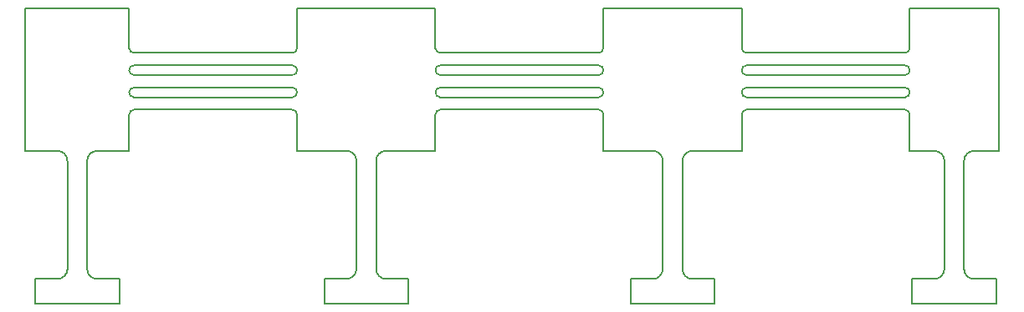
<source format=gm1>
G04 #@! TF.GenerationSoftware,KiCad,Pcbnew,(5.99.0-2415-gbbdd3fce7)*
G04 #@! TF.CreationDate,2020-10-16T14:14:50-07:00*
G04 #@! TF.ProjectId,VineHoop_Islands,56696e65-486f-46f7-905f-49736c616e64,rev?*
G04 #@! TF.SameCoordinates,Original*
G04 #@! TF.FileFunction,Profile,NP*
%FSLAX46Y46*%
G04 Gerber Fmt 4.6, Leading zero omitted, Abs format (unit mm)*
G04 Created by KiCad (PCBNEW (5.99.0-2415-gbbdd3fce7)) date 2020-10-16 14:14:50*
%MOMM*%
%LPD*%
G01*
G04 APERTURE LIST*
G04 #@! TA.AperFunction,Profile*
%ADD10C,0.200000*%
G04 #@! TD*
G04 APERTURE END LIST*
D10*
X135730000Y-60333846D02*
X151730000Y-60333846D01*
X216730000Y-78769140D02*
X214480000Y-78769140D01*
X166730000Y-58083846D02*
G75*
G02*
X166730000Y-57083846I0J500000D01*
G01*
X131980000Y-65769140D02*
X135230000Y-65769140D01*
X127980000Y-78769140D02*
X125730000Y-78769140D01*
X191230000Y-66769140D02*
G75*
G02*
X192230000Y-65769140I1000000J0D01*
G01*
X197230000Y-62083846D02*
G75*
G02*
X197730000Y-61583846I500000J0D01*
G01*
X189230000Y-77769140D02*
G75*
G02*
X188230000Y-78769140I-1000000J0D01*
G01*
X157230000Y-78769140D02*
X154980000Y-78769140D01*
X161230000Y-65769140D02*
X166230000Y-65769140D01*
X166730000Y-59333846D02*
X182730000Y-59333846D01*
X197730000Y-59333846D02*
X213730000Y-59333846D01*
X128980000Y-77769140D02*
G75*
G02*
X127980000Y-78769140I-1000000J0D01*
G01*
X185980000Y-78769140D02*
X185980000Y-81269140D01*
X183230000Y-55333846D02*
G75*
G02*
X182730000Y-55833846I-500000J0D01*
G01*
X214480000Y-78769140D02*
X214480000Y-81269140D01*
X189230000Y-66769140D02*
X189230000Y-77769140D01*
X222980000Y-81269140D02*
X222980000Y-78769140D01*
X197730000Y-60333846D02*
X213730000Y-60333846D01*
X151730000Y-57083846D02*
G75*
G02*
X151730000Y-58083846I0J-500000D01*
G01*
X166230000Y-62083846D02*
G75*
G02*
X166730000Y-61583846I500000J0D01*
G01*
X124730000Y-51269140D02*
X124730000Y-65769140D01*
X158230000Y-77769140D02*
G75*
G02*
X157230000Y-78769140I-1000000J0D01*
G01*
X217730000Y-77769140D02*
G75*
G02*
X216730000Y-78769140I-1000000J0D01*
G01*
X213730000Y-57083846D02*
G75*
G02*
X213730000Y-58083846I0J-500000D01*
G01*
X183230000Y-65769140D02*
X183230000Y-62083846D01*
X194480000Y-81269140D02*
X194480000Y-78769140D01*
X188230000Y-65769140D02*
G75*
G02*
X189230000Y-66769140I0J-1000000D01*
G01*
X188230000Y-78769140D02*
X185980000Y-78769140D01*
X135730000Y-60333846D02*
G75*
G02*
X135730000Y-59333846I0J500000D01*
G01*
X134230000Y-81269140D02*
X134230000Y-78769140D01*
X219730000Y-77769140D02*
X219730000Y-66769140D01*
X192230000Y-78769140D02*
G75*
G02*
X191230000Y-77769140I0J1000000D01*
G01*
X219730000Y-66769140D02*
G75*
G02*
X220730000Y-65769140I1000000J0D01*
G01*
X166230000Y-55333846D02*
X166230000Y-51269140D01*
X135730000Y-57083846D02*
X151730000Y-57083846D01*
X183230000Y-65769140D02*
X188230000Y-65769140D01*
X130980000Y-66769140D02*
G75*
G02*
X131980000Y-65769140I1000000J0D01*
G01*
X197730000Y-55833846D02*
X213730000Y-55833846D01*
X214480000Y-81269140D02*
X222980000Y-81269140D01*
X194480000Y-78769140D02*
X192230000Y-78769140D01*
X163480000Y-81269140D02*
X163480000Y-78769140D01*
X125730000Y-81269140D02*
X134230000Y-81269140D01*
X222980000Y-78769140D02*
X220730000Y-78769140D01*
X128980000Y-66769140D02*
X128980000Y-77769140D01*
X197730000Y-58083846D02*
G75*
G02*
X197730000Y-57083846I0J500000D01*
G01*
X160230000Y-66769140D02*
G75*
G02*
X161230000Y-65769140I1000000J0D01*
G01*
X213730000Y-61583846D02*
G75*
G02*
X214230000Y-62083846I0J-500000D01*
G01*
X135730000Y-55833846D02*
X151730000Y-55833846D01*
X160230000Y-77769140D02*
X160230000Y-66769140D01*
X191230000Y-77769140D02*
X191230000Y-66769140D01*
X166730000Y-60333846D02*
G75*
G02*
X166730000Y-59333846I0J500000D01*
G01*
X183230000Y-55333846D02*
X183230000Y-51269140D01*
X124730000Y-65769140D02*
X127980000Y-65769140D01*
X214230000Y-55333846D02*
X214230000Y-51269140D01*
X135730000Y-59333846D02*
X151730000Y-59333846D01*
X166730000Y-58083846D02*
X182730000Y-58083846D01*
X166730000Y-60333846D02*
X182730000Y-60333846D01*
X166730000Y-55833846D02*
G75*
G02*
X166230000Y-55333846I0J500000D01*
G01*
X157230000Y-65769140D02*
G75*
G02*
X158230000Y-66769140I0J-1000000D01*
G01*
X217730000Y-66769140D02*
X217730000Y-77769140D01*
X220730000Y-65769140D02*
X223230000Y-65769140D01*
X151730000Y-59333846D02*
G75*
G02*
X151730000Y-60333846I0J-500000D01*
G01*
X214230000Y-65769140D02*
X216730000Y-65769140D01*
X135230000Y-62083846D02*
X135230000Y-65769140D01*
X131980000Y-78769140D02*
G75*
G02*
X130980000Y-77769140I0J1000000D01*
G01*
X124730000Y-51269140D02*
X135230000Y-51269140D01*
X220730000Y-78769140D02*
G75*
G02*
X219730000Y-77769140I0J1000000D01*
G01*
X223230000Y-65769140D02*
X223230000Y-51269140D01*
X154980000Y-81269140D02*
X163480000Y-81269140D01*
X135730000Y-55833847D02*
G75*
G02*
X135229999Y-55333846I0J500001D01*
G01*
X197730000Y-55833846D02*
G75*
G02*
X197230000Y-55333846I0J500000D01*
G01*
X152230000Y-65769140D02*
X157230000Y-65769140D01*
X192230000Y-65769140D02*
X197230000Y-65769140D01*
X216730000Y-65769140D02*
G75*
G02*
X217730000Y-66769140I0J-1000000D01*
G01*
X166730000Y-57083846D02*
X182730000Y-57083846D01*
X130980000Y-77769140D02*
X130980000Y-66769140D01*
X135230000Y-62083846D02*
G75*
G02*
X135730000Y-61583846I500000J0D01*
G01*
X213730000Y-59333846D02*
G75*
G02*
X213730000Y-60333846I0J-500000D01*
G01*
X182730000Y-59333846D02*
G75*
G02*
X182730000Y-60333846I0J-500000D01*
G01*
X197730000Y-58083846D02*
X213730000Y-58083846D01*
X166730000Y-55833846D02*
X182730000Y-55833846D01*
X152230000Y-65769140D02*
X152230000Y-62083846D01*
X152230000Y-51269140D02*
X166230000Y-51269140D01*
X214230000Y-65769140D02*
X214230000Y-62083846D01*
X152230000Y-55333846D02*
G75*
G02*
X151730000Y-55833846I-500000J0D01*
G01*
X135730000Y-58083846D02*
G75*
G02*
X135730000Y-57083846I0J500000D01*
G01*
X127980000Y-65769140D02*
G75*
G02*
X128980000Y-66769140I0J-1000000D01*
G01*
X182730000Y-57083846D02*
G75*
G02*
X182730000Y-58083846I0J-500000D01*
G01*
X163480000Y-78769140D02*
X161230000Y-78769140D01*
X152230000Y-55333846D02*
X152230000Y-51269140D01*
X154980000Y-78769140D02*
X154980000Y-81269140D01*
X197730000Y-61583846D02*
X213730000Y-61583846D01*
X185980000Y-81269140D02*
X194480000Y-81269140D01*
X135730000Y-61583846D02*
X151730000Y-61583846D01*
X134230000Y-78769140D02*
X131980000Y-78769140D01*
X197730000Y-60333846D02*
G75*
G02*
X197730000Y-59333846I0J500000D01*
G01*
X135730000Y-58083846D02*
X151730000Y-58083846D01*
X197230000Y-55333846D02*
X197230000Y-51269140D01*
X183230000Y-51269140D02*
X197230000Y-51269140D01*
X125730000Y-78769140D02*
X125730000Y-81269140D01*
X182730000Y-61583846D02*
G75*
G02*
X183230000Y-62083846I0J-500000D01*
G01*
X161230000Y-78769140D02*
G75*
G02*
X160230000Y-77769140I0J1000000D01*
G01*
X197730000Y-57083846D02*
X213730000Y-57083846D01*
X166230000Y-65769140D02*
X166230000Y-62083846D01*
X214230000Y-51269140D02*
X223230000Y-51269140D01*
X158230000Y-66769140D02*
X158230000Y-77769140D01*
X151730000Y-61583846D02*
G75*
G02*
X152230000Y-62083846I0J-500000D01*
G01*
X197230000Y-65769140D02*
X197230000Y-62083846D01*
X166730000Y-61583846D02*
X182730000Y-61583846D01*
X135230000Y-51269140D02*
X135230000Y-55333846D01*
X214230000Y-55333846D02*
G75*
G02*
X213730000Y-55833846I-500000J0D01*
G01*
M02*

</source>
